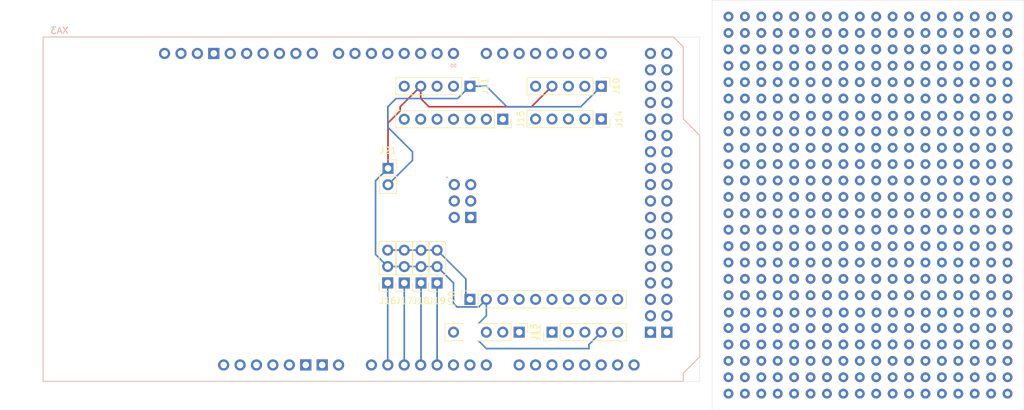
<source format=kicad_pcb>
(kicad_pcb (version 20221018) (generator pcbnew)
  (layers (0 "F.Cu" signal) (31 "B.Cu" signal) (34 "B.Paste" user) (35 "F.Paste" user) (36 "B.SilkS" user "B.Silkscreen") (37 "F.SilkS" user "F.Silkscreen") (38 "B.Mask" user) (39 "F.Mask" user) (44 "Edge.Cuts" user))
  (net 0 "")
  (net 1 "+5V")
  (net 2 "GND")
  (net 3 "+12V")
  (net 4 "/if_Beside/Motor0A")
  (net 5 "/if_Beside/Motor0B")
  (net 6 "/if_Beside/UartServoMX28-T")
  (net 7 "/if_Beside/Motor1A")
  (net 8 "/if_Beside/Motor1B")
  (net 9 "/if_Beside/Motor2A")
  (net 10 "/if_Beside/Motor2B")
  (net 11 "/if_Beside/Motor3A")
  (net 12 "/if_Beside/Motor3B")
  (net 13 "/if_Beside/PWM_M3")
  (net 14 "/if_Beside/SCK")
  (net 17 "/if_Beside/MR_74HC595")
  (net 19 "/if_Beside/CS_74HC595")
  (net 20 "/if_Beside/PWM_M2")
  (net 21 "/if_Beside/PWM_M1")
  (net 22 "/if_Beside/PWM_M0")
  (net 23 "/if_Beside/MOSI")
  (net 24 "/if_Beside/PWM_SERVO_MAN0")
  (net 25 "/if_Beside/PWM_SERVO_MAN1")
  (net 26 "/if_Beside/PWM_SERVO_MAN2")
  (net 27 "/if_Beside/PWM_SERVO_MAN3")
  (net 30 "/if_Beside/MISO")
  (net 92 "/if_Beside/CS_Gyro")
  (footprint "Connector_PinHeader_2.54mm:PinHeader_1x05_P2.54mm_Vertical" (layer "F.Cu") (at 101.6 53.34 -90)
    (fp_text reference "J11")
    (fp_text value "Conn_01x05_Pin")
  )
  (footprint "Connector_PinSocket_2.54mm:PinSocket_1x07_P2.54mm_Vertical" (layer "F.Cu") (at 106.68 58.445 -90)
    (fp_text reference "J15")
    (fp_text value "Conn_01x07")
  )
  (footprint "Arduino:Arduino_Mega2560_Shield" (layer "F.Cu") (at 35.555 99.06)
    (fp_text reference "XA3")
    (fp_text value "Arduino_Mega2560_Shield")
    (fp_rect (start 0 -53.34) (end 101.6 0) (stroke (width 0.05)) (fill none) (layer "Edge.Cuts"))
  )
  (footprint "Connector_PinSocket_2.54mm:PinSocket_1x03_P2.54mm_Vertical" (layer "F.Cu") (at 88.875 83.805 180)
    (fp_text reference "J16")
    (fp_text value "Conn_01x03")
  )
  (footprint "Connector_PinSocket_2.54mm:PinSocket_1x03_P2.54mm_Vertical" (layer "F.Cu") (at 96.52 83.82 180)
    (fp_text reference "J19")
    (fp_text value "Conn_01x03")
  )
  (footprint "Connector_PinSocket_2.54mm:PinSocket_1x02_P2.54mm_Vertical" (layer "F.Cu") (at 88.925 66.06)
    (fp_text reference "J21")
    (fp_text value "Conn_01x02")
  )
  (footprint "Connector_PinHeader_2.54mm:PinHeader_1x05_P2.54mm_Vertical" (layer "F.Cu") (at 114.305 91.44 90)
    (fp_text reference "J12")
    (fp_text value "Conn_01x05_Pin")
  )
  (footprint "Connector_PinHeader_2.54mm:PinHeader_1x05_P2.54mm_Vertical" (layer "F.Cu") (at 121.92 53.34 -90)
    (fp_text reference "J10")
    (fp_text value "Conn_01x05_Pin")
  )
  (footprint "Connector_PinSocket_2.54mm:PinSocket_1x03_P2.54mm_Vertical" (layer "F.Cu") (at 94.03 83.82 180)
    (fp_text reference "J18")
    (fp_text value "Conn_01x03")
  )
  (footprint "User_Library:MAKET" (layer "F.Cu") (at 164.465 73.025 -90)
    (fp_text reference "REF**" hide)
    (fp_text value "MAKET" hide)
    (fp_rect (start -33.02 -22.86) (end 30.48 25.4) (stroke (width 0.05)) (fill none) (layer "Edge.Cuts"))
  )
  (footprint "Connector_PinSocket_2.54mm:PinSocket_1x03_P2.54mm_Vertical" (layer "F.Cu") (at 91.44 83.82 180)
    (fp_text reference "J17")
    (fp_text value "Conn_01x03")
  )
  (footprint "Connector_PinSocket_2.54mm:PinSocket_1x10_P2.54mm_Vertical" (layer "F.Cu") (at 101.6 86.36 90)
    (fp_text reference "J20")
    (fp_text value "Conn_01x10")
  )
  (footprint "Connector_PinHeader_2.54mm:PinHeader_1x05_P2.54mm_Vertical" (layer "F.Cu") (at 109.22 91.44 -90)
    (fp_text reference "J13")
    (fp_text value "Conn_01x05_Pin")
  )
  (footprint "Connector_PinSocket_2.54mm:PinSocket_1x05_P2.54mm_Vertical" (layer "F.Cu") (at 121.92 58.42 -90)
    (fp_text reference "J14")
    (fp_text value "Conn_01x05_Pin")
  )
  (segment (start 100.965 85.725) (end 101.599302 86.359302) (width 0.25) (layer "B.Cu") (net 1))
  (segment (start 100.965 83.185) (end 100.965 85.725) (width 0.25) (layer "B.Cu") (net 1))
  (segment (start 96.505 78.725) (end 96.52 78.74) (width 0.25) (layer "B.Cu") (net 1))
  (segment (start 88.875 78.725) (end 96.505 78.725) (width 0.25) (layer "B.Cu") (net 1))
  (segment (start 96.52 78.74) (end 100.965 83.185) (width 0.25) (layer "B.Cu") (net 1))
  (segment (start 93.98 53.34) (end 93.98 55.245) (width 0.25) (layer "F.Cu") (net 2))
  (segment (start 111.125 56.515) (end 114.3 53.34) (width 0.25) (layer "F.Cu") (net 2))
  (segment (start 90.805 57.15) (end 90.805 56.515) (width 0.25) (layer "F.Cu") (net 2))
  (segment (start 95.25 56.515) (end 111.125 56.515) (width 0.25) (layer "F.Cu") (net 2))
  (segment (start 88.925 66.06) (end 88.925 59.03) (width 0.25) (layer "F.Cu") (net 2))
  (segment (start 90.805 56.515) (end 93.98 53.34) (width 0.25) (layer "F.Cu") (net 2))
  (segment (start 88.925 59.03) (end 90.805 57.15) (width 0.25) (layer "F.Cu") (net 2))
  (segment (start 93.98 55.245) (end 95.25 56.515) (width 0.25) (layer "F.Cu") (net 2))
  (segment (start 104.14 93.98) (end 102.994036 92.834036) (width 0.25) (layer "B.Cu") (net 2))
  (segment (start 88.875 81.265) (end 96.505 81.265) (width 0.25) (layer "B.Cu") (net 2))
  (segment (start 86.995 79.385) (end 88.875 81.265) (width 0.25) (layer "B.Cu") (net 2))
  (segment (start 99.6 87.535) (end 102.965 87.535) (width 0.25) (layer "B.Cu") (net 2))
  (segment (start 99.06 83.82) (end 99.06 86.995) (width 0.25) (layer "B.Cu") (net 2))
  (segment (start 86.995 67.99) (end 86.995 79.385) (width 0.25) (layer "B.Cu") (net 2))
  (segment (start 104.14 88.9) (end 102.994036 90.045964) (width 0.25) (layer "B.Cu") (net 2))
  (segment (start 120.015 93.35) (end 120.015 93.98) (width 0.25) (layer "B.Cu") (net 2))
  (segment (start 102.965 87.535) (end 104.14 86.36) (width 0.25) (layer "B.Cu") (net 2))
  (segment (start 96.505 81.265) (end 96.52 81.28) (width 0.25) (layer "B.Cu") (net 2))
  (segment (start 88.925 66.06) (end 86.995 67.99) (width 0.25) (layer "B.Cu") (net 2))
  (segment (start 96.52 81.28) (end 99.06 83.82) (width 0.25) (layer "B.Cu") (net 2))
  (segment (start 99.06 86.995) (end 99.6 87.535) (width 0.25) (layer "B.Cu") (net 2))
  (segment (start 104.14 86.36) (end 104.14 88.9) (width 0.25) (layer "B.Cu") (net 2))
  (segment (start 120.015 93.98) (end 104.14 93.98) (width 0.25) (layer "B.Cu") (net 2))
  (segment (start 121.925 91.44) (end 120.015 93.35) (width 0.25) (layer "B.Cu") (net 2))
  (segment (start 88.9 59.69) (end 88.9 56.515) (width 0.25) (layer "B.Cu") (net 3))
  (segment (start 104.14 53.34) (end 107.315 56.515) (width 0.25) (layer "B.Cu") (net 3))
  (segment (start 118.745 56.515) (end 121.92 53.34) (width 0.25) (layer "B.Cu") (net 3))
  (segment (start 92.71 63.5) (end 88.9 59.69) (width 0.25) (layer "B.Cu") (net 3))
  (segment (start 88.9 56.515) (end 90.17 55.245) (width 0.25) (layer "B.Cu") (net 3))
  (segment (start 101.6 53.34) (end 104.14 53.34) (width 0.25) (layer "B.Cu") (net 3))
  (segment (start 88.925 68.6) (end 92.71 64.815) (width 0.25) (layer "B.Cu") (net 3))
  (segment (start 99.695 55.245) (end 101.6 53.34) (width 0.25) (layer "B.Cu") (net 3))
  (segment (start 92.71 64.815) (end 92.71 63.5) (width 0.25) (layer "B.Cu") (net 3))
  (segment (start 90.17 55.245) (end 99.695 55.245) (width 0.25) (layer "B.Cu") (net 3))
  (segment (start 107.315 56.515) (end 118.745 56.515) (width 0.25) (layer "B.Cu") (net 3))
  (segment (start 88.875 96.5) (end 88.895 96.52) (width 0.25) (layer "B.Cu") (net 24))
  (segment (start 88.875 83.805) (end 88.875 96.5) (width 0.25) (layer "B.Cu") (net 24))
  (segment (start 91.44 83.82) (end 91.44 96.515) (width 0.25) (layer "B.Cu") (net 25))
  (segment (start 91.44 96.515) (end 91.435 96.52) (width 0.25) (layer "B.Cu") (net 25))
  (segment (start 94.03 83.82) (end 94.03 96.465) (width 0.25) (layer "B.Cu") (net 26))
  (segment (start 94.03 96.465) (end 93.975 96.52) (width 0.25) (layer "B.Cu") (net 26))
  (segment (start 96.52 83.82) (end 96.52 96.515) (width 0.25) (layer "B.Cu") (net 27))
  (segment (start 96.52 96.515) (end 96.515 96.52) (width 0.25) (layer "B.Cu") (net 27))
)
</source>
